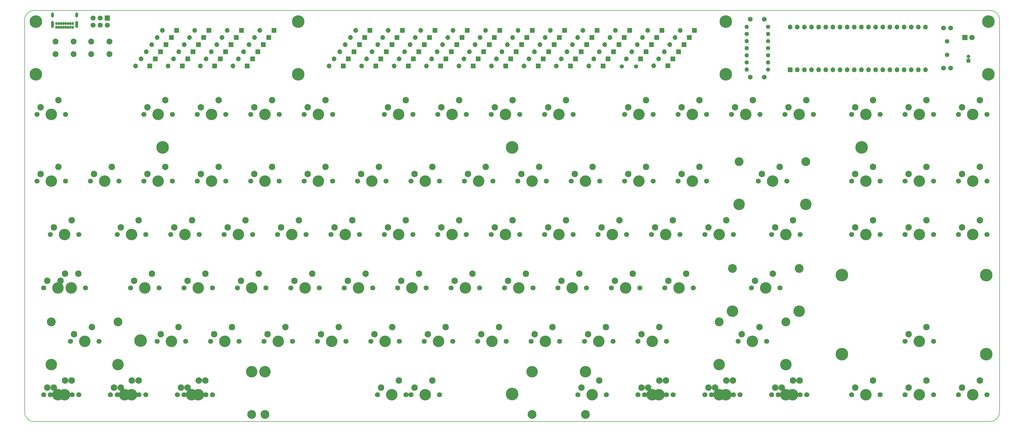
<source format=gbr>
G04 #@! TF.GenerationSoftware,KiCad,Pcbnew,(6.0.1)*
G04 #@! TF.CreationDate,2022-07-06T22:25:26-07:00*
G04 #@! TF.ProjectId,mysterium-pcb,6d797374-6572-4697-956d-2d7063622e6b,rev?*
G04 #@! TF.SameCoordinates,Original*
G04 #@! TF.FileFunction,Soldermask,Bot*
G04 #@! TF.FilePolarity,Negative*
%FSLAX46Y46*%
G04 Gerber Fmt 4.6, Leading zero omitted, Abs format (unit mm)*
G04 Created by KiCad (PCBNEW (6.0.1)) date 2022-07-06 22:25:26*
%MOMM*%
%LPD*%
G01*
G04 APERTURE LIST*
G04 Aperture macros list*
%AMRoundRect*
0 Rectangle with rounded corners*
0 $1 Rounding radius*
0 $2 $3 $4 $5 $6 $7 $8 $9 X,Y pos of 4 corners*
0 Add a 4 corners polygon primitive as box body*
4,1,4,$2,$3,$4,$5,$6,$7,$8,$9,$2,$3,0*
0 Add four circle primitives for the rounded corners*
1,1,$1+$1,$2,$3*
1,1,$1+$1,$4,$5*
1,1,$1+$1,$6,$7*
1,1,$1+$1,$8,$9*
0 Add four rect primitives between the rounded corners*
20,1,$1+$1,$2,$3,$4,$5,0*
20,1,$1+$1,$4,$5,$6,$7,0*
20,1,$1+$1,$6,$7,$8,$9,0*
20,1,$1+$1,$8,$9,$2,$3,0*%
G04 Aperture macros list end*
G04 #@! TA.AperFunction,Profile*
%ADD10C,0.150000*%
G04 #@! TD*
%ADD11C,4.089800*%
%ADD12C,3.150000*%
%ADD13C,4.102000*%
%ADD14C,1.802000*%
%ADD15C,2.302000*%
%ADD16RoundRect,0.051000X0.600000X-0.600000X0.600000X0.600000X-0.600000X0.600000X-0.600000X-0.600000X0*%
%ADD17C,1.302000*%
%ADD18RoundRect,0.051000X-0.900000X-0.900000X0.900000X-0.900000X0.900000X0.900000X-0.900000X0.900000X0*%
%ADD19C,1.902000*%
%ADD20RoundRect,0.051000X0.800000X0.800000X-0.800000X0.800000X-0.800000X-0.800000X0.800000X-0.800000X0*%
%ADD21O,1.702000X1.702000*%
%ADD22RoundRect,0.051000X0.800000X-0.800000X0.800000X0.800000X-0.800000X0.800000X-0.800000X-0.800000X0*%
%ADD23C,4.502000*%
%ADD24C,2.102000*%
%ADD25C,1.702000*%
%ADD26C,1.502000*%
%ADD27RoundRect,0.051000X0.850000X0.850000X-0.850000X0.850000X-0.850000X-0.850000X0.850000X-0.850000X0*%
%ADD28O,1.502000X1.502000*%
%ADD29C,3.152000*%
%ADD30O,0.752000X1.102000*%
%ADD31O,1.002000X1.802000*%
%ADD32O,1.002000X2.502000*%
%ADD33C,1.602000*%
G04 APERTURE END LIST*
D10*
X40451560Y-55313500D02*
G75*
G03*
X37147501Y-58623559I2999J-3307058D01*
G01*
X384810000Y-58617560D02*
G75*
G03*
X381499941Y-55313501I-3307058J-2999D01*
G01*
X381505940Y-201930000D02*
G75*
G03*
X384809999Y-198619941I-2999J3307058D01*
G01*
X384810000Y-58617560D02*
X384809999Y-198619941D01*
X37147500Y-198625940D02*
X37147501Y-58623559D01*
X37147500Y-198625940D02*
G75*
G03*
X40457559Y-201929999I3307058J2999D01*
G01*
X40451560Y-55313500D02*
X381499941Y-55313500D01*
X381505940Y-201930000D02*
X40457559Y-201929999D01*
X40451560Y-55313500D02*
G75*
G03*
X37147501Y-58623559I2999J-3307058D01*
G01*
X384810000Y-58617560D02*
G75*
G03*
X381499941Y-55313501I-3307058J-2999D01*
G01*
X381505940Y-201930000D02*
G75*
G03*
X384809999Y-198619941I-2999J3307058D01*
G01*
X384810000Y-58617560D02*
X384809999Y-198619941D01*
X37147500Y-198625940D02*
X37147501Y-58623559D01*
X37147500Y-198625940D02*
G75*
G03*
X40457559Y-201929999I3307058J2999D01*
G01*
X40451560Y-55313500D02*
X381499941Y-55313500D01*
X381505940Y-201930000D02*
X40457559Y-201929999D01*
D11*
X118110000Y-184162700D03*
D12*
X118110000Y-199402700D03*
X218109800Y-199402700D03*
D11*
X218109800Y-184162700D03*
D13*
X65722500Y-116205000D03*
D14*
X70802500Y-116205000D03*
X60642500Y-116205000D03*
D15*
X68262500Y-111125000D03*
X61912500Y-113665000D03*
D13*
X208597500Y-135255000D03*
D14*
X203517500Y-135255000D03*
X213677500Y-135255000D03*
D15*
X211137500Y-130175000D03*
X204787500Y-132715000D03*
D11*
X237172500Y-184150000D03*
D12*
X122872500Y-199390000D03*
D11*
X122872500Y-184150000D03*
D12*
X237172500Y-199390000D03*
D16*
X373741883Y-73225132D03*
D17*
X373741883Y-71725132D03*
D18*
X372466883Y-64929933D03*
D19*
X375006883Y-64929933D03*
D20*
X250983564Y-64922400D03*
D21*
X245903564Y-64922400D03*
D20*
X122301000Y-67462400D03*
D21*
X117221000Y-67462400D03*
D20*
X241315681Y-62382400D03*
D21*
X236235681Y-62382400D03*
D20*
X276034330Y-62382400D03*
D21*
X270954330Y-62382400D03*
D20*
X185559593Y-75082400D03*
D21*
X180479593Y-75082400D03*
D20*
X197131514Y-75082400D03*
D21*
X192051514Y-75082400D03*
D22*
X310139000Y-76459000D03*
D21*
X312679000Y-76459000D03*
X315219000Y-76459000D03*
X317759000Y-76459000D03*
X320299000Y-76459000D03*
X322839000Y-76459000D03*
X325379000Y-76459000D03*
X327919000Y-76459000D03*
X330459000Y-76459000D03*
X332999000Y-76459000D03*
X335539000Y-76459000D03*
X338079000Y-76459000D03*
X340619000Y-76459000D03*
X343159000Y-76459000D03*
X345699000Y-76459000D03*
X348239000Y-76459000D03*
X350779000Y-76459000D03*
X353319000Y-76459000D03*
X355859000Y-76459000D03*
X358399000Y-76459000D03*
X358399000Y-61219000D03*
X355859000Y-61219000D03*
X353319000Y-61219000D03*
X350779000Y-61219000D03*
X348239000Y-61219000D03*
X345699000Y-61219000D03*
X343159000Y-61219000D03*
X340619000Y-61219000D03*
X338079000Y-61219000D03*
X335539000Y-61219000D03*
X332999000Y-61219000D03*
X330459000Y-61219000D03*
X327919000Y-61219000D03*
X325379000Y-61219000D03*
X322839000Y-61219000D03*
X320299000Y-61219000D03*
X317759000Y-61219000D03*
X315219000Y-61219000D03*
X312679000Y-61219000D03*
X310139000Y-61219000D03*
D23*
X41147500Y-59313500D03*
X41147500Y-78063500D03*
X380810000Y-78063500D03*
X380810000Y-59313500D03*
X134734300Y-59313500D03*
X211016251Y-104152700D03*
X211016251Y-192163700D03*
X335597500Y-104152700D03*
X86360000Y-104152700D03*
X78498700Y-173037500D03*
X328583688Y-149669500D03*
X380120412Y-149669500D03*
X328583688Y-177904900D03*
X380120412Y-177904900D03*
D24*
X67385000Y-66375899D03*
X60885000Y-66375899D03*
X60885000Y-70875899D03*
X67385000Y-70875899D03*
D25*
X367371883Y-61579833D03*
X364871883Y-61579833D03*
X367371883Y-75880033D03*
X364871883Y-75880033D03*
X300913800Y-58470800D03*
X295913800Y-58470800D03*
X295899200Y-79095600D03*
X300899200Y-79095600D03*
D20*
X91344500Y-62382400D03*
D21*
X86264500Y-62382400D03*
D23*
X287223200Y-59313500D03*
D20*
X102917383Y-62382400D03*
D21*
X97837383Y-62382400D03*
D20*
X114490266Y-62382400D03*
D21*
X109410266Y-62382400D03*
D20*
X126063149Y-62382400D03*
D21*
X120983149Y-62382400D03*
D20*
X160305500Y-62382400D03*
D21*
X155225500Y-62382400D03*
D20*
X171878383Y-62382400D03*
D21*
X166798383Y-62382400D03*
D20*
X183451266Y-62382400D03*
D21*
X178371266Y-62382400D03*
D20*
X195024149Y-62382400D03*
D21*
X189944149Y-62382400D03*
D20*
X206597032Y-62382400D03*
D21*
X201517032Y-62382400D03*
D20*
X218169915Y-62382400D03*
D21*
X213089915Y-62382400D03*
D20*
X229742798Y-62382400D03*
D21*
X224662798Y-62382400D03*
D20*
X252888564Y-62382400D03*
D21*
X247808564Y-62382400D03*
D20*
X264461447Y-62382400D03*
D21*
X259381447Y-62382400D03*
D20*
X270319330Y-70002400D03*
D21*
X265239330Y-70002400D03*
D20*
X89487351Y-64922400D03*
D21*
X84407351Y-64922400D03*
D20*
X101060234Y-64922400D03*
D21*
X95980234Y-64922400D03*
D20*
X112633117Y-64922400D03*
D21*
X107553117Y-64922400D03*
D20*
X124206000Y-64922400D03*
D21*
X119126000Y-64922400D03*
D20*
X158400500Y-64922400D03*
D21*
X153320500Y-64922400D03*
D20*
X169973383Y-64922400D03*
D21*
X164893383Y-64922400D03*
D20*
X181546266Y-64922400D03*
D21*
X176466266Y-64922400D03*
D20*
X193119149Y-64922400D03*
D21*
X188039149Y-64922400D03*
D20*
X204692032Y-64922400D03*
D21*
X199612032Y-64922400D03*
D20*
X216264915Y-64922400D03*
D21*
X211184915Y-64922400D03*
D20*
X227837798Y-64922400D03*
D21*
X222757798Y-64922400D03*
D20*
X239410681Y-64922400D03*
D21*
X234330681Y-64922400D03*
D20*
X262556447Y-64922400D03*
D21*
X257476447Y-64922400D03*
D20*
X274129330Y-64922400D03*
D21*
X269049330Y-64922400D03*
D20*
X268350660Y-72542400D03*
D21*
X263270660Y-72542400D03*
D20*
X258746447Y-70002400D03*
D21*
X253666447Y-70002400D03*
D20*
X87582351Y-67462400D03*
D21*
X82502351Y-67462400D03*
D20*
X99155234Y-67462400D03*
D21*
X94075234Y-67462400D03*
D20*
X110728117Y-67462400D03*
D21*
X105648117Y-67462400D03*
D20*
X156558830Y-67462400D03*
D21*
X151478830Y-67462400D03*
D20*
X168131713Y-67462400D03*
D21*
X163051713Y-67462400D03*
D20*
X179704596Y-67462400D03*
D21*
X174624596Y-67462400D03*
D20*
X191277479Y-67462400D03*
D21*
X186197479Y-67462400D03*
D20*
X202850362Y-67462400D03*
D21*
X197770362Y-67462400D03*
D20*
X214423245Y-67462400D03*
D21*
X209343245Y-67462400D03*
D20*
X225996128Y-67462400D03*
D21*
X220916128Y-67462400D03*
D20*
X237569011Y-67462400D03*
D21*
X232489011Y-67462400D03*
D20*
X249141894Y-67462400D03*
D21*
X244061894Y-67462400D03*
D20*
X260714777Y-67462400D03*
D21*
X255634777Y-67462400D03*
D20*
X272287660Y-67462400D03*
D21*
X267207660Y-67462400D03*
D20*
X266576508Y-75057000D03*
D21*
X261496508Y-75057000D03*
D20*
X256777777Y-72542400D03*
D21*
X251697777Y-72542400D03*
D20*
X85629500Y-70002400D03*
D21*
X80549500Y-70002400D03*
D20*
X97202383Y-70002400D03*
D21*
X92122383Y-70002400D03*
D20*
X108775266Y-70002400D03*
D21*
X103695266Y-70002400D03*
D20*
X120348149Y-70002400D03*
D21*
X115268149Y-70002400D03*
D20*
X154590500Y-70002400D03*
D21*
X149510500Y-70002400D03*
D20*
X166163383Y-70002400D03*
D21*
X161083383Y-70002400D03*
D20*
X177736266Y-70002400D03*
D21*
X172656266Y-70002400D03*
D20*
X189309149Y-70002400D03*
D21*
X184229149Y-70002400D03*
D20*
X200882032Y-70002400D03*
D21*
X195802032Y-70002400D03*
D20*
X212454915Y-70002400D03*
D21*
X207374915Y-70002400D03*
D20*
X224027798Y-70002400D03*
D21*
X218947798Y-70002400D03*
D20*
X235600681Y-70002400D03*
D21*
X230520681Y-70002400D03*
D20*
X247173564Y-70002400D03*
D21*
X242093564Y-70002400D03*
D20*
X83772351Y-72542400D03*
D21*
X78692351Y-72542400D03*
D20*
X95345234Y-72542400D03*
D21*
X90265234Y-72542400D03*
D20*
X106918117Y-72542400D03*
D21*
X101838117Y-72542400D03*
D20*
X118491000Y-72542400D03*
D21*
X113411000Y-72542400D03*
D20*
X152621830Y-72542400D03*
D21*
X147541830Y-72542400D03*
D20*
X164194713Y-72542400D03*
D21*
X159114713Y-72542400D03*
D20*
X175767596Y-72542400D03*
D21*
X170687596Y-72542400D03*
D20*
X187340479Y-72542400D03*
D21*
X182260479Y-72542400D03*
D20*
X198913362Y-72542400D03*
D21*
X193833362Y-72542400D03*
D20*
X210486245Y-72542400D03*
D21*
X205406245Y-72542400D03*
D20*
X222059128Y-72542400D03*
D21*
X216979128Y-72542400D03*
D20*
X233632011Y-72542400D03*
D21*
X228552011Y-72542400D03*
D20*
X245204894Y-72542400D03*
D21*
X240124894Y-72542400D03*
D20*
X81804579Y-75082400D03*
D21*
X76724579Y-75082400D03*
D20*
X93376500Y-75082400D03*
D21*
X88296500Y-75082400D03*
D20*
X104948421Y-75082400D03*
D21*
X99868421Y-75082400D03*
D20*
X116520342Y-75082400D03*
D21*
X111440342Y-75082400D03*
D20*
X150843830Y-75082400D03*
D21*
X145763830Y-75082400D03*
D20*
X162415751Y-75082400D03*
D21*
X157335751Y-75082400D03*
D20*
X173987672Y-75082400D03*
D21*
X168907672Y-75082400D03*
D20*
X208703435Y-75082400D03*
D21*
X203623435Y-75082400D03*
D20*
X220275356Y-75082400D03*
D21*
X215195356Y-75082400D03*
D20*
X231847277Y-75082400D03*
D21*
X226767277Y-75082400D03*
D20*
X243419198Y-75082400D03*
D21*
X238339198Y-75082400D03*
D26*
X255236125Y-75311000D03*
X250136125Y-75311000D03*
D27*
X66675000Y-58039000D03*
D14*
X66675000Y-60579000D03*
X64135000Y-58039000D03*
X64135000Y-60579000D03*
X61595000Y-58039000D03*
X61595000Y-60579000D03*
D26*
X302251491Y-61158976D03*
D28*
X294631491Y-61158976D03*
D26*
X294631491Y-63697152D03*
D28*
X302251491Y-63697152D03*
D26*
X302251491Y-68773504D03*
D28*
X294631491Y-68773504D03*
D26*
X302251491Y-71311680D03*
D28*
X294631491Y-71311680D03*
D26*
X302251491Y-76388033D03*
D28*
X294631491Y-76388033D03*
D26*
X302251491Y-66235328D03*
D28*
X294631491Y-66235328D03*
D26*
X294631491Y-73849856D03*
D28*
X302251491Y-73849856D03*
D24*
X48159600Y-66375899D03*
X54659600Y-66375899D03*
X54659600Y-70875899D03*
X48159600Y-70875899D03*
D14*
X41592500Y-92392500D03*
X51752500Y-92392500D03*
D13*
X46672500Y-92392500D03*
D15*
X49212500Y-87312500D03*
X42862500Y-89852500D03*
D13*
X84772500Y-92392500D03*
D14*
X79692500Y-92392500D03*
X89852500Y-92392500D03*
D15*
X87312500Y-87312500D03*
X80962500Y-89852500D03*
D13*
X103822500Y-92392500D03*
D14*
X108902500Y-92392500D03*
X98742500Y-92392500D03*
D15*
X106362500Y-87312500D03*
X100012500Y-89852500D03*
D13*
X122872500Y-92392500D03*
D14*
X127952500Y-92392500D03*
X117792500Y-92392500D03*
D15*
X125412500Y-87312500D03*
X119062500Y-89852500D03*
D13*
X141922500Y-92392500D03*
D14*
X147002500Y-92392500D03*
X136842500Y-92392500D03*
D15*
X144462500Y-87312500D03*
X138112500Y-89852500D03*
D14*
X165417500Y-92392500D03*
X175577500Y-92392500D03*
D13*
X170497500Y-92392500D03*
D15*
X173037500Y-87312500D03*
X166687500Y-89852500D03*
D14*
X184467500Y-92392500D03*
X194627500Y-92392500D03*
D13*
X189547500Y-92392500D03*
D15*
X192087500Y-87312500D03*
X185737500Y-89852500D03*
D14*
X213677500Y-92392500D03*
X203517500Y-92392500D03*
D13*
X208597500Y-92392500D03*
D15*
X211137500Y-87312500D03*
X204787500Y-89852500D03*
D13*
X227647500Y-92392500D03*
D14*
X222567500Y-92392500D03*
X232727500Y-92392500D03*
D15*
X230187500Y-87312500D03*
X223837500Y-89852500D03*
D14*
X261302500Y-92392500D03*
X251142500Y-92392500D03*
D13*
X256222500Y-92392500D03*
D15*
X258762500Y-87312500D03*
X252412500Y-89852500D03*
D14*
X280352500Y-92392500D03*
X270192500Y-92392500D03*
D13*
X275272500Y-92392500D03*
D15*
X277812500Y-87312500D03*
X271462500Y-89852500D03*
D13*
X294322500Y-92392500D03*
D14*
X289242500Y-92392500D03*
X299402500Y-92392500D03*
D15*
X296862500Y-87312500D03*
X290512500Y-89852500D03*
D13*
X313372500Y-92392500D03*
D14*
X308292500Y-92392500D03*
X318452500Y-92392500D03*
D15*
X315912500Y-87312500D03*
X309562500Y-89852500D03*
D14*
X332105000Y-92392500D03*
D13*
X337185000Y-92392500D03*
D14*
X342265000Y-92392500D03*
D15*
X339725000Y-87312500D03*
X333375000Y-89852500D03*
D14*
X351155000Y-92392500D03*
X361315000Y-92392500D03*
D13*
X356235000Y-92392500D03*
D15*
X358775000Y-87312500D03*
X352425000Y-89852500D03*
D14*
X380365000Y-92392500D03*
X370205000Y-92392500D03*
D13*
X375285000Y-92392500D03*
D15*
X377825000Y-87312500D03*
X371475000Y-89852500D03*
D14*
X51752500Y-116205000D03*
D13*
X46672500Y-116205000D03*
D14*
X41592500Y-116205000D03*
D15*
X49212500Y-111125000D03*
X42862500Y-113665000D03*
D14*
X89852500Y-116205000D03*
X79692500Y-116205000D03*
D13*
X84772500Y-116205000D03*
D15*
X87312500Y-111125000D03*
X80962500Y-113665000D03*
D13*
X103822500Y-116205000D03*
D14*
X108902500Y-116205000D03*
X98742500Y-116205000D03*
D15*
X106362500Y-111125000D03*
X100012500Y-113665000D03*
D13*
X122872500Y-116205000D03*
D14*
X117792500Y-116205000D03*
X127952500Y-116205000D03*
D15*
X125412500Y-111125000D03*
X119062500Y-113665000D03*
D13*
X141922500Y-116205000D03*
D14*
X147002500Y-116205000D03*
X136842500Y-116205000D03*
D15*
X144462500Y-111125000D03*
X138112500Y-113665000D03*
D14*
X155892500Y-116205000D03*
D13*
X160972500Y-116205000D03*
D14*
X166052500Y-116205000D03*
D15*
X163512500Y-111125000D03*
X157162500Y-113665000D03*
D14*
X185102500Y-116205000D03*
D13*
X180022500Y-116205000D03*
D14*
X174942500Y-116205000D03*
D15*
X182562500Y-111125000D03*
X176212500Y-113665000D03*
D14*
X193992500Y-116205000D03*
D13*
X199072500Y-116205000D03*
D14*
X204152500Y-116205000D03*
D15*
X201612500Y-111125000D03*
X195262500Y-113665000D03*
D14*
X223202500Y-116205000D03*
D13*
X218122500Y-116205000D03*
D14*
X213042500Y-116205000D03*
D15*
X220662500Y-111125000D03*
X214312500Y-113665000D03*
D14*
X232092500Y-116205000D03*
D13*
X237172500Y-116205000D03*
D14*
X242252500Y-116205000D03*
D15*
X239712500Y-111125000D03*
X233362500Y-113665000D03*
D14*
X261302500Y-116205000D03*
D13*
X256222500Y-116205000D03*
D14*
X251142500Y-116205000D03*
D15*
X258762500Y-111125000D03*
X252412500Y-113665000D03*
D14*
X270192500Y-116205000D03*
D13*
X275272500Y-116205000D03*
D14*
X280352500Y-116205000D03*
D15*
X277812500Y-111125000D03*
X271462500Y-113665000D03*
D13*
X315747500Y-124445000D03*
D14*
X308927500Y-116205000D03*
D13*
X303847500Y-116205000D03*
D29*
X291947500Y-109205000D03*
D14*
X298767500Y-116205000D03*
D29*
X315747500Y-109205000D03*
D13*
X291947500Y-124445000D03*
D15*
X306387500Y-111125000D03*
X300037500Y-113665000D03*
D14*
X332105000Y-116205000D03*
D13*
X337185000Y-116205000D03*
D14*
X342265000Y-116205000D03*
D15*
X339725000Y-111125000D03*
X333375000Y-113665000D03*
D14*
X361315000Y-116205000D03*
X351155000Y-116205000D03*
D13*
X356235000Y-116205000D03*
D15*
X358775000Y-111125000D03*
X352425000Y-113665000D03*
D13*
X375285000Y-116205000D03*
D14*
X370205000Y-116205000D03*
X380365000Y-116205000D03*
D15*
X377825000Y-111125000D03*
X371475000Y-113665000D03*
D14*
X56515000Y-135255000D03*
X46355000Y-135255000D03*
D13*
X51435000Y-135255000D03*
D15*
X53975000Y-130175000D03*
X47625000Y-132715000D03*
D14*
X80327500Y-135255000D03*
X70167500Y-135255000D03*
D13*
X75247500Y-135255000D03*
D15*
X77787500Y-130175000D03*
X71437500Y-132715000D03*
D13*
X113347500Y-135255000D03*
D14*
X108267500Y-135255000D03*
X118427500Y-135255000D03*
D15*
X115887500Y-130175000D03*
X109537500Y-132715000D03*
D14*
X127317500Y-135255000D03*
D13*
X132397500Y-135255000D03*
D14*
X137477500Y-135255000D03*
D15*
X134937500Y-130175000D03*
X128587500Y-132715000D03*
D14*
X146367500Y-135255000D03*
D13*
X151447500Y-135255000D03*
D14*
X156527500Y-135255000D03*
D15*
X153987500Y-130175000D03*
X147637500Y-132715000D03*
D13*
X170497500Y-135255000D03*
D14*
X175577500Y-135255000D03*
X165417500Y-135255000D03*
D15*
X173037500Y-130175000D03*
X166687500Y-132715000D03*
D14*
X194627500Y-135255000D03*
D13*
X189547500Y-135255000D03*
D14*
X184467500Y-135255000D03*
D15*
X192087500Y-130175000D03*
X185737500Y-132715000D03*
D14*
X222567500Y-135255000D03*
X232727500Y-135255000D03*
D13*
X227647500Y-135255000D03*
D15*
X230187500Y-130175000D03*
X223837500Y-132715000D03*
D13*
X246697500Y-135255000D03*
D14*
X251777500Y-135255000D03*
X241617500Y-135255000D03*
D15*
X249237500Y-130175000D03*
X242887500Y-132715000D03*
D13*
X265747500Y-135255000D03*
D14*
X270827500Y-135255000D03*
X260667500Y-135255000D03*
D15*
X268287500Y-130175000D03*
X261937500Y-132715000D03*
D13*
X284797500Y-135255000D03*
D14*
X279717500Y-135255000D03*
X289877500Y-135255000D03*
D15*
X287337500Y-130175000D03*
X280987500Y-132715000D03*
D14*
X313690000Y-135255000D03*
D13*
X308610000Y-135255000D03*
D14*
X303530000Y-135255000D03*
D15*
X311150000Y-130175000D03*
X304800000Y-132715000D03*
D14*
X332105000Y-135255000D03*
X342265000Y-135255000D03*
D13*
X337185000Y-135255000D03*
D15*
X339725000Y-130175000D03*
X333375000Y-132715000D03*
D14*
X361315000Y-135255000D03*
X351155000Y-135255000D03*
D13*
X356235000Y-135255000D03*
D15*
X358775000Y-130175000D03*
X352425000Y-132715000D03*
D14*
X380365000Y-135255000D03*
D13*
X375285000Y-135255000D03*
D14*
X370205000Y-135255000D03*
D15*
X377825000Y-130175000D03*
X371475000Y-132715000D03*
D13*
X53816250Y-154305000D03*
D14*
X58896250Y-154305000D03*
X48736250Y-154305000D03*
D15*
X56356250Y-149225000D03*
X50006250Y-151765000D03*
D14*
X43973750Y-154305000D03*
X54133750Y-154305000D03*
D13*
X49053750Y-154305000D03*
D15*
X51593750Y-149225000D03*
X45243750Y-151765000D03*
D13*
X80010000Y-154305000D03*
D14*
X74930000Y-154305000D03*
X85090000Y-154305000D03*
D15*
X82550000Y-149225000D03*
X76200000Y-151765000D03*
D14*
X93980000Y-154305000D03*
X104140000Y-154305000D03*
D13*
X99060000Y-154305000D03*
D15*
X101600000Y-149225000D03*
X95250000Y-151765000D03*
D14*
X113030000Y-154305000D03*
D13*
X118110000Y-154305000D03*
D14*
X123190000Y-154305000D03*
D15*
X120650000Y-149225000D03*
X114300000Y-151765000D03*
D14*
X142240000Y-154305000D03*
X132080000Y-154305000D03*
D13*
X137160000Y-154305000D03*
D15*
X139700000Y-149225000D03*
X133350000Y-151765000D03*
D14*
X151130000Y-154305000D03*
X161290000Y-154305000D03*
D13*
X156210000Y-154305000D03*
D15*
X158750000Y-149225000D03*
X152400000Y-151765000D03*
D13*
X175260000Y-154305000D03*
D14*
X180340000Y-154305000D03*
X170180000Y-154305000D03*
D15*
X177800000Y-149225000D03*
X171450000Y-151765000D03*
D13*
X194310000Y-154305000D03*
D14*
X199390000Y-154305000D03*
X189230000Y-154305000D03*
D15*
X196850000Y-149225000D03*
X190500000Y-151765000D03*
D14*
X218440000Y-154305000D03*
X208280000Y-154305000D03*
D13*
X213360000Y-154305000D03*
D15*
X215900000Y-149225000D03*
X209550000Y-151765000D03*
D13*
X232410000Y-154305000D03*
D14*
X227330000Y-154305000D03*
X237490000Y-154305000D03*
D15*
X234950000Y-149225000D03*
X228600000Y-151765000D03*
D13*
X251460000Y-154305000D03*
D14*
X256540000Y-154305000D03*
X246380000Y-154305000D03*
D15*
X254000000Y-149225000D03*
X247650000Y-151765000D03*
D29*
X46678750Y-166355000D03*
D14*
X63658750Y-173355000D03*
D13*
X58578750Y-173355000D03*
D29*
X70478750Y-166355000D03*
D14*
X53498750Y-173355000D03*
D13*
X46678750Y-181595000D03*
X70478750Y-181595000D03*
D15*
X61118750Y-168275000D03*
X54768750Y-170815000D03*
D14*
X94615000Y-173355000D03*
X84455000Y-173355000D03*
D13*
X89535000Y-173355000D03*
D15*
X92075000Y-168275000D03*
X85725000Y-170815000D03*
D13*
X108585000Y-173355000D03*
D14*
X113665000Y-173355000D03*
X103505000Y-173355000D03*
D15*
X111125000Y-168275000D03*
X104775000Y-170815000D03*
D14*
X132715000Y-173355000D03*
X122555000Y-173355000D03*
D13*
X127635000Y-173355000D03*
D15*
X130175000Y-168275000D03*
X123825000Y-170815000D03*
D13*
X146685000Y-173355000D03*
D14*
X141605000Y-173355000D03*
X151765000Y-173355000D03*
D15*
X149225000Y-168275000D03*
X142875000Y-170815000D03*
D13*
X165735000Y-173355000D03*
D14*
X160655000Y-173355000D03*
X170815000Y-173355000D03*
D15*
X168275000Y-168275000D03*
X161925000Y-170815000D03*
D13*
X184785000Y-173355000D03*
D14*
X179705000Y-173355000D03*
X189865000Y-173355000D03*
D15*
X187325000Y-168275000D03*
X180975000Y-170815000D03*
D14*
X208915000Y-173355000D03*
D13*
X203835000Y-173355000D03*
D14*
X198755000Y-173355000D03*
D15*
X206375000Y-168275000D03*
X200025000Y-170815000D03*
D13*
X222885000Y-173355000D03*
D14*
X227965000Y-173355000D03*
X217805000Y-173355000D03*
D15*
X225425000Y-168275000D03*
X219075000Y-170815000D03*
D14*
X247015000Y-173355000D03*
D13*
X241935000Y-173355000D03*
D14*
X236855000Y-173355000D03*
D15*
X244475000Y-168275000D03*
X238125000Y-170815000D03*
D14*
X361315000Y-173355000D03*
X351155000Y-173355000D03*
D13*
X356235000Y-173355000D03*
D15*
X358775000Y-168275000D03*
X352425000Y-170815000D03*
D13*
X51435000Y-192405000D03*
D14*
X46355000Y-192405000D03*
X56515000Y-192405000D03*
D15*
X53975000Y-187325000D03*
X47625000Y-189865000D03*
D14*
X54133750Y-192405000D03*
X43973750Y-192405000D03*
D13*
X49053750Y-192405000D03*
D15*
X51593750Y-187325000D03*
X45243750Y-189865000D03*
D14*
X67786250Y-192405000D03*
D13*
X72866250Y-192405000D03*
D14*
X77946250Y-192405000D03*
D15*
X75406250Y-187325000D03*
X69056250Y-189865000D03*
D13*
X75247500Y-192405000D03*
D14*
X80327500Y-192405000D03*
X70167500Y-192405000D03*
D15*
X77787500Y-187325000D03*
X71437500Y-189865000D03*
D13*
X99060000Y-192405000D03*
D14*
X104140000Y-192405000D03*
X93980000Y-192405000D03*
D15*
X101600000Y-187325000D03*
X95250000Y-189865000D03*
D13*
X96678750Y-192405000D03*
D14*
X91598750Y-192405000D03*
X101758750Y-192405000D03*
D15*
X99218750Y-187325000D03*
X92868750Y-189865000D03*
D13*
X168116250Y-192405000D03*
D14*
X173196250Y-192405000D03*
X163036250Y-192405000D03*
D15*
X170656250Y-187325000D03*
X164306250Y-189865000D03*
D14*
X185102500Y-192405000D03*
D13*
X180022500Y-192405000D03*
D14*
X174942500Y-192405000D03*
D15*
X182562500Y-187325000D03*
X176212500Y-189865000D03*
D13*
X239553750Y-192405000D03*
D14*
X234473750Y-192405000D03*
X244633750Y-192405000D03*
D15*
X242093750Y-187325000D03*
X235743750Y-189865000D03*
D14*
X332105000Y-192405000D03*
X342265000Y-192405000D03*
D13*
X337185000Y-192405000D03*
D15*
X339725000Y-187325000D03*
X333375000Y-189865000D03*
D13*
X356235000Y-192405000D03*
D14*
X361315000Y-192405000D03*
X351155000Y-192405000D03*
D15*
X358775000Y-187325000D03*
X352425000Y-189865000D03*
D14*
X380365000Y-192405000D03*
D13*
X375285000Y-192405000D03*
D14*
X370205000Y-192405000D03*
D15*
X377825000Y-187325000D03*
X371475000Y-189865000D03*
D30*
X54384600Y-61315600D03*
X53534600Y-61315600D03*
X52684600Y-61315600D03*
X51834600Y-61315600D03*
X50984600Y-61315600D03*
X50134600Y-61315600D03*
X49284600Y-61315600D03*
X48434600Y-61315600D03*
X48429600Y-59990600D03*
X49279600Y-59990600D03*
X50129600Y-59990600D03*
X50979600Y-59990600D03*
X51829600Y-59990600D03*
X52679600Y-59990600D03*
X53529600Y-59990600D03*
X54384600Y-59990600D03*
D31*
X47084600Y-56955600D03*
X55734600Y-56955600D03*
D32*
X47084600Y-60335600D03*
X55734600Y-60335600D03*
D33*
X366121883Y-66279933D03*
X366121883Y-71159933D03*
D23*
X134734300Y-78063500D03*
X287223200Y-78063500D03*
D14*
X279717500Y-192405000D03*
D13*
X284797500Y-192405000D03*
D14*
X289877500Y-192405000D03*
D15*
X287337500Y-187325000D03*
X280987500Y-189865000D03*
D13*
X284803750Y-181601350D03*
D29*
X284803750Y-166361350D03*
D13*
X308603750Y-181601350D03*
D14*
X301783750Y-173361350D03*
D29*
X308603750Y-166361350D03*
D13*
X296703750Y-173361350D03*
D14*
X291623750Y-173361350D03*
D15*
X299243750Y-168281350D03*
X292893750Y-170821350D03*
D13*
X308610000Y-192405000D03*
D14*
X303530000Y-192405000D03*
X313690000Y-192405000D03*
D15*
X311150000Y-187325000D03*
X304800000Y-189865000D03*
D14*
X275590000Y-154305000D03*
X265430000Y-154305000D03*
D13*
X270510000Y-154305000D03*
D15*
X273050000Y-149225000D03*
X266700000Y-151765000D03*
D14*
X255905000Y-173355000D03*
D13*
X260985000Y-173355000D03*
D14*
X266065000Y-173355000D03*
D15*
X263525000Y-168275000D03*
X257175000Y-170815000D03*
D14*
X89217500Y-135255000D03*
X99377500Y-135255000D03*
D13*
X94297500Y-135255000D03*
D15*
X96837500Y-130175000D03*
X90487500Y-132715000D03*
D14*
X258286250Y-192405000D03*
D13*
X263366250Y-192405000D03*
D14*
X268446250Y-192405000D03*
D15*
X265906250Y-187325000D03*
X259556250Y-189865000D03*
D13*
X301466250Y-154305000D03*
D29*
X289566250Y-147305000D03*
D13*
X289566250Y-162545000D03*
D14*
X296386250Y-154305000D03*
X306546250Y-154305000D03*
D13*
X313366250Y-162545000D03*
D29*
X313366250Y-147305000D03*
D15*
X304006250Y-149225000D03*
X297656250Y-151765000D03*
D14*
X305911250Y-192405000D03*
X316071250Y-192405000D03*
D13*
X310991250Y-192405000D03*
D15*
X313531250Y-187325000D03*
X307181250Y-189865000D03*
D13*
X260985000Y-192405000D03*
D14*
X266065000Y-192405000D03*
X255905000Y-192405000D03*
D15*
X263525000Y-187325000D03*
X257175000Y-189865000D03*
D14*
X282098750Y-192405000D03*
D13*
X287178750Y-192405000D03*
D14*
X292258750Y-192405000D03*
D15*
X289718750Y-187325000D03*
X283368750Y-189865000D03*
G36*
X47077329Y-192943372D02*
G01*
X47143378Y-193136282D01*
X47142993Y-193138245D01*
X47141101Y-193138893D01*
X47139853Y-193138085D01*
X47100121Y-193081895D01*
X47035910Y-193055940D01*
X46967662Y-193068858D01*
X46962877Y-193071912D01*
X46960879Y-193072001D01*
X46959803Y-193070315D01*
X46960315Y-193068888D01*
X47073951Y-192942682D01*
X47075853Y-192942064D01*
X47077329Y-192943372D01*
G37*
G36*
X70889829Y-192943372D02*
G01*
X70955878Y-193136282D01*
X70955493Y-193138245D01*
X70953601Y-193138893D01*
X70952353Y-193138085D01*
X70912621Y-193081895D01*
X70848410Y-193055940D01*
X70780162Y-193068858D01*
X70775377Y-193071912D01*
X70773379Y-193072001D01*
X70772303Y-193070315D01*
X70772815Y-193068888D01*
X70886451Y-192942682D01*
X70888353Y-192942064D01*
X70889829Y-192943372D01*
G37*
G36*
X94702329Y-192943372D02*
G01*
X94768378Y-193136282D01*
X94767993Y-193138245D01*
X94766101Y-193138893D01*
X94764853Y-193138085D01*
X94725121Y-193081895D01*
X94660910Y-193055940D01*
X94592662Y-193068858D01*
X94587877Y-193071912D01*
X94585879Y-193072001D01*
X94584803Y-193070315D01*
X94585315Y-193068888D01*
X94698951Y-192942682D01*
X94700853Y-192942064D01*
X94702329Y-192943372D01*
G37*
G36*
X282821079Y-192943372D02*
G01*
X282887128Y-193136282D01*
X282886743Y-193138245D01*
X282884851Y-193138893D01*
X282883603Y-193138085D01*
X282843871Y-193081895D01*
X282779660Y-193055940D01*
X282711412Y-193068858D01*
X282706627Y-193071912D01*
X282704629Y-193072001D01*
X282703553Y-193070315D01*
X282704065Y-193068888D01*
X282817701Y-192942682D01*
X282819603Y-192942064D01*
X282821079Y-192943372D01*
G37*
G36*
X259008579Y-192943372D02*
G01*
X259074628Y-193136282D01*
X259074243Y-193138245D01*
X259072351Y-193138893D01*
X259071103Y-193138085D01*
X259031371Y-193081895D01*
X258967160Y-193055940D01*
X258898912Y-193068858D01*
X258894127Y-193071912D01*
X258892129Y-193072001D01*
X258891053Y-193070315D01*
X258891565Y-193068888D01*
X259005201Y-192942682D01*
X259007103Y-192942064D01*
X259008579Y-192943372D01*
G37*
G36*
X306633579Y-192943372D02*
G01*
X306699628Y-193136282D01*
X306699243Y-193138245D01*
X306697351Y-193138893D01*
X306696103Y-193138085D01*
X306656371Y-193081895D01*
X306592160Y-193055940D01*
X306523912Y-193068858D01*
X306519127Y-193071912D01*
X306517129Y-193072001D01*
X306516053Y-193070315D01*
X306516565Y-193068888D01*
X306630201Y-192942682D01*
X306632103Y-192942064D01*
X306633579Y-192943372D01*
G37*
G36*
X53412780Y-192940440D02*
G01*
X53532227Y-193073100D01*
X53532643Y-193075056D01*
X53531157Y-193076394D01*
X53529926Y-193076265D01*
X53480790Y-193054351D01*
X53412329Y-193064816D01*
X53360245Y-193110764D01*
X53350529Y-193130286D01*
X53348862Y-193131391D01*
X53347071Y-193130500D01*
X53346867Y-193128688D01*
X53396542Y-192997228D01*
X53409344Y-192941331D01*
X53410706Y-192939866D01*
X53412780Y-192940440D01*
G37*
G36*
X312969030Y-192940440D02*
G01*
X313088477Y-193073100D01*
X313088893Y-193075056D01*
X313087407Y-193076394D01*
X313086176Y-193076265D01*
X313037040Y-193054351D01*
X312968579Y-193064816D01*
X312916495Y-193110764D01*
X312906779Y-193130286D01*
X312905112Y-193131391D01*
X312903321Y-193130500D01*
X312903117Y-193128688D01*
X312952792Y-192997228D01*
X312965594Y-192941331D01*
X312966956Y-192939866D01*
X312969030Y-192940440D01*
G37*
G36*
X265344030Y-192940440D02*
G01*
X265463477Y-193073100D01*
X265463893Y-193075056D01*
X265462407Y-193076394D01*
X265461176Y-193076265D01*
X265412040Y-193054351D01*
X265343579Y-193064816D01*
X265291495Y-193110764D01*
X265281779Y-193130286D01*
X265280112Y-193131391D01*
X265278321Y-193130500D01*
X265278117Y-193128688D01*
X265327792Y-192997228D01*
X265340594Y-192941331D01*
X265341956Y-192939866D01*
X265344030Y-192940440D01*
G37*
G36*
X289156530Y-192940440D02*
G01*
X289275977Y-193073100D01*
X289276393Y-193075056D01*
X289274907Y-193076394D01*
X289273676Y-193076265D01*
X289224540Y-193054351D01*
X289156079Y-193064816D01*
X289103995Y-193110764D01*
X289094279Y-193130286D01*
X289092612Y-193131391D01*
X289090821Y-193130500D01*
X289090617Y-193128688D01*
X289140292Y-192997228D01*
X289153094Y-192941331D01*
X289154456Y-192939866D01*
X289156530Y-192940440D01*
G37*
G36*
X77225280Y-192940440D02*
G01*
X77344727Y-193073100D01*
X77345143Y-193075056D01*
X77343657Y-193076394D01*
X77342426Y-193076265D01*
X77293290Y-193054351D01*
X77224829Y-193064816D01*
X77172745Y-193110764D01*
X77163029Y-193130286D01*
X77161362Y-193131391D01*
X77159571Y-193130500D01*
X77159367Y-193128688D01*
X77209042Y-192997228D01*
X77221844Y-192941331D01*
X77223206Y-192939866D01*
X77225280Y-192940440D01*
G37*
G36*
X101037780Y-192940440D02*
G01*
X101157227Y-193073100D01*
X101157643Y-193075056D01*
X101156157Y-193076394D01*
X101154926Y-193076265D01*
X101105790Y-193054351D01*
X101037329Y-193064816D01*
X100985245Y-193110764D01*
X100975529Y-193130286D01*
X100973862Y-193131391D01*
X100972071Y-193130500D01*
X100971867Y-193128688D01*
X101021542Y-192997228D01*
X101034344Y-192941331D01*
X101035706Y-192939866D01*
X101037780Y-192940440D01*
G37*
G36*
X174070861Y-192616184D02*
G01*
X174071277Y-192616904D01*
X174121233Y-192770652D01*
X174201251Y-192909248D01*
X174201251Y-192911248D01*
X174199519Y-192912248D01*
X174197952Y-192911490D01*
X174184086Y-192893995D01*
X174183874Y-192893667D01*
X174177638Y-192881533D01*
X174129703Y-192831132D01*
X174062418Y-192814718D01*
X173996871Y-192837311D01*
X173961055Y-192876938D01*
X173933748Y-192925006D01*
X173933523Y-192925325D01*
X173931323Y-192927873D01*
X173929434Y-192928531D01*
X173927920Y-192927223D01*
X173928077Y-192925566D01*
X174017517Y-192770652D01*
X174067473Y-192616904D01*
X174068959Y-192615566D01*
X174070861Y-192616184D01*
G37*
G36*
X174207675Y-191888196D02*
G01*
X174207528Y-191889880D01*
X174121233Y-192039348D01*
X174071277Y-192193096D01*
X174069791Y-192194434D01*
X174067889Y-192193816D01*
X174067473Y-192193096D01*
X174017517Y-192039348D01*
X173934362Y-191895319D01*
X173934362Y-191893319D01*
X173936094Y-191892319D01*
X173937644Y-191893055D01*
X173947763Y-191905462D01*
X173947979Y-191905787D01*
X173961058Y-191930386D01*
X174009693Y-191980113D01*
X174077200Y-191995585D01*
X174142427Y-191972078D01*
X174177684Y-191931957D01*
X174197813Y-191895342D01*
X174198034Y-191895019D01*
X174204264Y-191887594D01*
X174206143Y-191886910D01*
X174207675Y-191888196D01*
G37*
G36*
X70954585Y-191677970D02*
G01*
X70954810Y-191679782D01*
X70898613Y-191833347D01*
X70891110Y-191867759D01*
X70889764Y-191869238D01*
X70887670Y-191868671D01*
X70768990Y-191736864D01*
X70768574Y-191734908D01*
X70770060Y-191733570D01*
X70771265Y-191733688D01*
X70822115Y-191755520D01*
X70890427Y-191744100D01*
X70941864Y-191697428D01*
X70951131Y-191678226D01*
X70952784Y-191677100D01*
X70954585Y-191677970D01*
G37*
G36*
X47142085Y-191677970D02*
G01*
X47142310Y-191679782D01*
X47086113Y-191833347D01*
X47078610Y-191867759D01*
X47077264Y-191869238D01*
X47075170Y-191868671D01*
X46956490Y-191736864D01*
X46956074Y-191734908D01*
X46957560Y-191733570D01*
X46958765Y-191733688D01*
X47009615Y-191755520D01*
X47077927Y-191744100D01*
X47129364Y-191697428D01*
X47138631Y-191678226D01*
X47140284Y-191677100D01*
X47142085Y-191677970D01*
G37*
G36*
X282885835Y-191677970D02*
G01*
X282886060Y-191679782D01*
X282829863Y-191833347D01*
X282822360Y-191867759D01*
X282821014Y-191869238D01*
X282818920Y-191868671D01*
X282700240Y-191736864D01*
X282699824Y-191734908D01*
X282701310Y-191733570D01*
X282702515Y-191733688D01*
X282753365Y-191755520D01*
X282821677Y-191744100D01*
X282873114Y-191697428D01*
X282882381Y-191678226D01*
X282884034Y-191677100D01*
X282885835Y-191677970D01*
G37*
G36*
X94767085Y-191677970D02*
G01*
X94767310Y-191679782D01*
X94711113Y-191833347D01*
X94703610Y-191867759D01*
X94702264Y-191869238D01*
X94700170Y-191868671D01*
X94581490Y-191736864D01*
X94581074Y-191734908D01*
X94582560Y-191733570D01*
X94583765Y-191733688D01*
X94634615Y-191755520D01*
X94702927Y-191744100D01*
X94754364Y-191697428D01*
X94763631Y-191678226D01*
X94765284Y-191677100D01*
X94767085Y-191677970D01*
G37*
G36*
X259073335Y-191677970D02*
G01*
X259073560Y-191679782D01*
X259017363Y-191833347D01*
X259009860Y-191867759D01*
X259008514Y-191869238D01*
X259006420Y-191868671D01*
X258887740Y-191736864D01*
X258887324Y-191734908D01*
X258888810Y-191733570D01*
X258890015Y-191733688D01*
X258940865Y-191755520D01*
X259009177Y-191744100D01*
X259060614Y-191697428D01*
X259069881Y-191678226D01*
X259071534Y-191677100D01*
X259073335Y-191677970D01*
G37*
G36*
X306698335Y-191677970D02*
G01*
X306698560Y-191679782D01*
X306642363Y-191833347D01*
X306634860Y-191867759D01*
X306633514Y-191869238D01*
X306631420Y-191868671D01*
X306512740Y-191736864D01*
X306512324Y-191734908D01*
X306513810Y-191733570D01*
X306515015Y-191733688D01*
X306565865Y-191755520D01*
X306634177Y-191744100D01*
X306685614Y-191697428D01*
X306694881Y-191678226D01*
X306696534Y-191677100D01*
X306698335Y-191677970D01*
G37*
G36*
X312905249Y-191674175D02*
G01*
X312945568Y-191729947D01*
X313010046Y-191755228D01*
X313078154Y-191741595D01*
X313080114Y-191740310D01*
X313082110Y-191740197D01*
X313083207Y-191741870D01*
X313082696Y-191743321D01*
X312970828Y-191867562D01*
X312968926Y-191868180D01*
X312967440Y-191866842D01*
X312967384Y-191866630D01*
X312964766Y-191853985D01*
X312901743Y-191676015D01*
X312902107Y-191674048D01*
X312903992Y-191673380D01*
X312905249Y-191674175D01*
G37*
G36*
X100973999Y-191674175D02*
G01*
X101014318Y-191729947D01*
X101078796Y-191755228D01*
X101146904Y-191741595D01*
X101148864Y-191740310D01*
X101150860Y-191740197D01*
X101151957Y-191741870D01*
X101151446Y-191743321D01*
X101039578Y-191867562D01*
X101037676Y-191868180D01*
X101036190Y-191866842D01*
X101036134Y-191866630D01*
X101033516Y-191853985D01*
X100970493Y-191676015D01*
X100970857Y-191674048D01*
X100972742Y-191673380D01*
X100973999Y-191674175D01*
G37*
G36*
X53348999Y-191674175D02*
G01*
X53389318Y-191729947D01*
X53453796Y-191755228D01*
X53521904Y-191741595D01*
X53523864Y-191740310D01*
X53525860Y-191740197D01*
X53526957Y-191741870D01*
X53526446Y-191743321D01*
X53414578Y-191867562D01*
X53412676Y-191868180D01*
X53411190Y-191866842D01*
X53411134Y-191866630D01*
X53408516Y-191853985D01*
X53345493Y-191676015D01*
X53345857Y-191674048D01*
X53347742Y-191673380D01*
X53348999Y-191674175D01*
G37*
G36*
X265280249Y-191674175D02*
G01*
X265320568Y-191729947D01*
X265385046Y-191755228D01*
X265453154Y-191741595D01*
X265455114Y-191740310D01*
X265457110Y-191740197D01*
X265458207Y-191741870D01*
X265457696Y-191743321D01*
X265345828Y-191867562D01*
X265343926Y-191868180D01*
X265342440Y-191866842D01*
X265342384Y-191866630D01*
X265339766Y-191853985D01*
X265276743Y-191676015D01*
X265277107Y-191674048D01*
X265278992Y-191673380D01*
X265280249Y-191674175D01*
G37*
G36*
X77161499Y-191674175D02*
G01*
X77201818Y-191729947D01*
X77266296Y-191755228D01*
X77334404Y-191741595D01*
X77336364Y-191740310D01*
X77338360Y-191740197D01*
X77339457Y-191741870D01*
X77338946Y-191743321D01*
X77227078Y-191867562D01*
X77225176Y-191868180D01*
X77223690Y-191866842D01*
X77223634Y-191866630D01*
X77221016Y-191853985D01*
X77157993Y-191676015D01*
X77158357Y-191674048D01*
X77160242Y-191673380D01*
X77161499Y-191674175D01*
G37*
G36*
X289092749Y-191674175D02*
G01*
X289133068Y-191729947D01*
X289197546Y-191755228D01*
X289265654Y-191741595D01*
X289267614Y-191740310D01*
X289269610Y-191740197D01*
X289270707Y-191741870D01*
X289270196Y-191743321D01*
X289158328Y-191867562D01*
X289156426Y-191868180D01*
X289154940Y-191866842D01*
X289154884Y-191866630D01*
X289152266Y-191853985D01*
X289089243Y-191676015D01*
X289089607Y-191674048D01*
X289091492Y-191673380D01*
X289092749Y-191674175D01*
G37*
G36*
X95100030Y-191004162D02*
G01*
X95182254Y-191007393D01*
X95183945Y-191008460D01*
X95183866Y-191010458D01*
X95183626Y-191010768D01*
X95099969Y-191098924D01*
X95047383Y-191172106D01*
X95045560Y-191172929D01*
X95043936Y-191171762D01*
X95043872Y-191170277D01*
X95066657Y-191105344D01*
X95050617Y-191037967D01*
X95000563Y-190989830D01*
X94975638Y-190980132D01*
X94975243Y-190980026D01*
X94973828Y-190978613D01*
X94974345Y-190976680D01*
X94976201Y-190976143D01*
X95100030Y-191004162D01*
G37*
G36*
X47475030Y-191004162D02*
G01*
X47557254Y-191007393D01*
X47558945Y-191008460D01*
X47558866Y-191010458D01*
X47558626Y-191010768D01*
X47474969Y-191098924D01*
X47422383Y-191172106D01*
X47420560Y-191172929D01*
X47418936Y-191171762D01*
X47418872Y-191170277D01*
X47441657Y-191105344D01*
X47425617Y-191037967D01*
X47375563Y-190989830D01*
X47350638Y-190980132D01*
X47350243Y-190980026D01*
X47348828Y-190978613D01*
X47349345Y-190976680D01*
X47351201Y-190976143D01*
X47475030Y-191004162D01*
G37*
G36*
X259406280Y-191004162D02*
G01*
X259488504Y-191007393D01*
X259490195Y-191008460D01*
X259490116Y-191010458D01*
X259489876Y-191010768D01*
X259406219Y-191098924D01*
X259353633Y-191172106D01*
X259351810Y-191172929D01*
X259350186Y-191171762D01*
X259350122Y-191170277D01*
X259372907Y-191105344D01*
X259356867Y-191037967D01*
X259306813Y-190989830D01*
X259281888Y-190980132D01*
X259281493Y-190980026D01*
X259280078Y-190978613D01*
X259280595Y-190976680D01*
X259282451Y-190976143D01*
X259406280Y-191004162D01*
G37*
G36*
X283218780Y-191004162D02*
G01*
X283301004Y-191007393D01*
X283302695Y-191008460D01*
X283302616Y-191010458D01*
X283302376Y-191010768D01*
X283218719Y-191098924D01*
X283166133Y-191172106D01*
X283164310Y-191172929D01*
X283162686Y-191171762D01*
X283162622Y-191170277D01*
X283185407Y-191105344D01*
X283169367Y-191037967D01*
X283119313Y-190989830D01*
X283094388Y-190980132D01*
X283093993Y-190980026D01*
X283092578Y-190978613D01*
X283093095Y-190976680D01*
X283094951Y-190976143D01*
X283218780Y-191004162D01*
G37*
G36*
X307031280Y-191004162D02*
G01*
X307113504Y-191007393D01*
X307115195Y-191008460D01*
X307115116Y-191010458D01*
X307114876Y-191010768D01*
X307031219Y-191098924D01*
X306978633Y-191172106D01*
X306976810Y-191172929D01*
X306975186Y-191171762D01*
X306975122Y-191170277D01*
X306997907Y-191105344D01*
X306981867Y-191037967D01*
X306931813Y-190989830D01*
X306906888Y-190980132D01*
X306906493Y-190980026D01*
X306905078Y-190978613D01*
X306905595Y-190976680D01*
X306907451Y-190976143D01*
X307031280Y-191004162D01*
G37*
G36*
X71287530Y-191004162D02*
G01*
X71369754Y-191007393D01*
X71371445Y-191008460D01*
X71371366Y-191010458D01*
X71371126Y-191010768D01*
X71287469Y-191098924D01*
X71234883Y-191172106D01*
X71233060Y-191172929D01*
X71231436Y-191171762D01*
X71231372Y-191170277D01*
X71254157Y-191105344D01*
X71238117Y-191037967D01*
X71188063Y-190989830D01*
X71163138Y-190980132D01*
X71162743Y-190980026D01*
X71161328Y-190978613D01*
X71161845Y-190976680D01*
X71163701Y-190976143D01*
X71287530Y-191004162D01*
G37*
G36*
X260655027Y-190196967D02*
G01*
X260655455Y-190198804D01*
X260652081Y-190211395D01*
X260653736Y-190280931D01*
X260692556Y-190338286D01*
X260756380Y-190365618D01*
X260784792Y-190365449D01*
X260786530Y-190366439D01*
X260786542Y-190368439D01*
X260785065Y-190369432D01*
X260580000Y-190396429D01*
X260572812Y-190398396D01*
X260570877Y-190397889D01*
X260570349Y-190395960D01*
X260570539Y-190395490D01*
X260605906Y-190332338D01*
X260651629Y-190197643D01*
X260653133Y-190196324D01*
X260655027Y-190196967D01*
G37*
G36*
X308280027Y-190196967D02*
G01*
X308280455Y-190198804D01*
X308277081Y-190211395D01*
X308278736Y-190280931D01*
X308317556Y-190338286D01*
X308381380Y-190365618D01*
X308409792Y-190365449D01*
X308411530Y-190366439D01*
X308411542Y-190368439D01*
X308410065Y-190369432D01*
X308205000Y-190396429D01*
X308197812Y-190398396D01*
X308195877Y-190397889D01*
X308195349Y-190395960D01*
X308195539Y-190395490D01*
X308230906Y-190332338D01*
X308276629Y-190197643D01*
X308278133Y-190196324D01*
X308280027Y-190196967D01*
G37*
G36*
X72536277Y-190196967D02*
G01*
X72536705Y-190198804D01*
X72533331Y-190211395D01*
X72534986Y-190280931D01*
X72573806Y-190338286D01*
X72637630Y-190365618D01*
X72666042Y-190365449D01*
X72667780Y-190366439D01*
X72667792Y-190368439D01*
X72666315Y-190369432D01*
X72461250Y-190396429D01*
X72454062Y-190398396D01*
X72452127Y-190397889D01*
X72451599Y-190395960D01*
X72451789Y-190395490D01*
X72487156Y-190332338D01*
X72532879Y-190197643D01*
X72534383Y-190196324D01*
X72536277Y-190196967D01*
G37*
G36*
X96348777Y-190196967D02*
G01*
X96349205Y-190198804D01*
X96345831Y-190211395D01*
X96347486Y-190280931D01*
X96386306Y-190338286D01*
X96450130Y-190365618D01*
X96478542Y-190365449D01*
X96480280Y-190366439D01*
X96480292Y-190368439D01*
X96478815Y-190369432D01*
X96273750Y-190396429D01*
X96266562Y-190398396D01*
X96264627Y-190397889D01*
X96264099Y-190395960D01*
X96264289Y-190395490D01*
X96299656Y-190332338D01*
X96345379Y-190197643D01*
X96346883Y-190196324D01*
X96348777Y-190196967D01*
G37*
G36*
X48723777Y-190196967D02*
G01*
X48724205Y-190198804D01*
X48720831Y-190211395D01*
X48722486Y-190280931D01*
X48761306Y-190338286D01*
X48825130Y-190365618D01*
X48853542Y-190365449D01*
X48855280Y-190366439D01*
X48855292Y-190368439D01*
X48853815Y-190369432D01*
X48648750Y-190396429D01*
X48641562Y-190398396D01*
X48639627Y-190397889D01*
X48639099Y-190395960D01*
X48639289Y-190395490D01*
X48674656Y-190332338D01*
X48720379Y-190197643D01*
X48721883Y-190196324D01*
X48723777Y-190196967D01*
G37*
G36*
X284467527Y-190196967D02*
G01*
X284467955Y-190198804D01*
X284464581Y-190211395D01*
X284466236Y-190280931D01*
X284505056Y-190338286D01*
X284568880Y-190365618D01*
X284597292Y-190365449D01*
X284599030Y-190366439D01*
X284599042Y-190368439D01*
X284597565Y-190369432D01*
X284392500Y-190396429D01*
X284385312Y-190398396D01*
X284383377Y-190397889D01*
X284382849Y-190395960D01*
X284383039Y-190395490D01*
X284418406Y-190332338D01*
X284464129Y-190197643D01*
X284465633Y-190196324D01*
X284467527Y-190196967D01*
G37*
G36*
X94179984Y-189450015D02*
G01*
X94180256Y-189451755D01*
X94126116Y-189626112D01*
X94101402Y-189834920D01*
X94115155Y-190044746D01*
X94166913Y-190248541D01*
X94209361Y-190340618D01*
X94209178Y-190342609D01*
X94207362Y-190343447D01*
X94205732Y-190342300D01*
X94170972Y-190267757D01*
X94125004Y-190215551D01*
X94058400Y-190196567D01*
X93992096Y-190216609D01*
X93947782Y-190267748D01*
X93935875Y-190293284D01*
X93934236Y-190294431D01*
X93932424Y-190293586D01*
X93932168Y-190291796D01*
X93985996Y-190133225D01*
X94016177Y-189925069D01*
X94017748Y-189865072D01*
X93998501Y-189655612D01*
X93944557Y-189464341D01*
X93945049Y-189462402D01*
X93946974Y-189461860D01*
X93947983Y-189462476D01*
X93993746Y-189514449D01*
X94060350Y-189533433D01*
X94126654Y-189513391D01*
X94170968Y-189462252D01*
X94176533Y-189450317D01*
X94178172Y-189449170D01*
X94179984Y-189450015D01*
G37*
G36*
X282298734Y-189450015D02*
G01*
X282299006Y-189451755D01*
X282244866Y-189626112D01*
X282220152Y-189834920D01*
X282233905Y-190044746D01*
X282285663Y-190248541D01*
X282328111Y-190340618D01*
X282327928Y-190342609D01*
X282326112Y-190343447D01*
X282324482Y-190342300D01*
X282289722Y-190267757D01*
X282243754Y-190215551D01*
X282177150Y-190196567D01*
X282110846Y-190216609D01*
X282066532Y-190267748D01*
X282054625Y-190293284D01*
X282052986Y-190294431D01*
X282051174Y-190293586D01*
X282050918Y-190291796D01*
X282104746Y-190133225D01*
X282134927Y-189925069D01*
X282136498Y-189865072D01*
X282117251Y-189655612D01*
X282063307Y-189464341D01*
X282063799Y-189462402D01*
X282065724Y-189461860D01*
X282066733Y-189462476D01*
X282112496Y-189514449D01*
X282179100Y-189533433D01*
X282245404Y-189513391D01*
X282289718Y-189462252D01*
X282295283Y-189450317D01*
X282296922Y-189449170D01*
X282298734Y-189450015D01*
G37*
G36*
X258486234Y-189450015D02*
G01*
X258486506Y-189451755D01*
X258432366Y-189626112D01*
X258407652Y-189834920D01*
X258421405Y-190044746D01*
X258473163Y-190248541D01*
X258515611Y-190340618D01*
X258515428Y-190342609D01*
X258513612Y-190343447D01*
X258511982Y-190342300D01*
X258477222Y-190267757D01*
X258431254Y-190215551D01*
X258364650Y-190196567D01*
X258298346Y-190216609D01*
X258254032Y-190267748D01*
X258242125Y-190293284D01*
X258240486Y-190294431D01*
X258238674Y-190293586D01*
X258238418Y-190291796D01*
X258292246Y-190133225D01*
X258322427Y-189925069D01*
X258323998Y-189865072D01*
X258304751Y-189655612D01*
X258250807Y-189464341D01*
X258251299Y-189462402D01*
X258253224Y-189461860D01*
X258254233Y-189462476D01*
X258299996Y-189514449D01*
X258366600Y-189533433D01*
X258432904Y-189513391D01*
X258477218Y-189462252D01*
X258482783Y-189450317D01*
X258484422Y-189449170D01*
X258486234Y-189450015D01*
G37*
G36*
X46554984Y-189450015D02*
G01*
X46555256Y-189451755D01*
X46501116Y-189626112D01*
X46476402Y-189834920D01*
X46490155Y-190044746D01*
X46541913Y-190248541D01*
X46584361Y-190340618D01*
X46584178Y-190342609D01*
X46582362Y-190343447D01*
X46580732Y-190342300D01*
X46545972Y-190267757D01*
X46500004Y-190215551D01*
X46433400Y-190196567D01*
X46367096Y-190216609D01*
X46322782Y-190267748D01*
X46310875Y-190293284D01*
X46309236Y-190294431D01*
X46307424Y-190293586D01*
X46307168Y-190291796D01*
X46360996Y-190133225D01*
X46391177Y-189925069D01*
X46392748Y-189865072D01*
X46373501Y-189655612D01*
X46319557Y-189464341D01*
X46320049Y-189462402D01*
X46321974Y-189461860D01*
X46322983Y-189462476D01*
X46368746Y-189514449D01*
X46435350Y-189533433D01*
X46501654Y-189513391D01*
X46545968Y-189462252D01*
X46551533Y-189450317D01*
X46553172Y-189449170D01*
X46554984Y-189450015D01*
G37*
G36*
X70367484Y-189450015D02*
G01*
X70367756Y-189451755D01*
X70313616Y-189626112D01*
X70288902Y-189834920D01*
X70302655Y-190044746D01*
X70354413Y-190248541D01*
X70396861Y-190340618D01*
X70396678Y-190342609D01*
X70394862Y-190343447D01*
X70393232Y-190342300D01*
X70358472Y-190267757D01*
X70312504Y-190215551D01*
X70245900Y-190196567D01*
X70179596Y-190216609D01*
X70135282Y-190267748D01*
X70123375Y-190293284D01*
X70121736Y-190294431D01*
X70119924Y-190293586D01*
X70119668Y-190291796D01*
X70173496Y-190133225D01*
X70203677Y-189925069D01*
X70205248Y-189865072D01*
X70186001Y-189655612D01*
X70132057Y-189464341D01*
X70132549Y-189462402D01*
X70134474Y-189461860D01*
X70135483Y-189462476D01*
X70181246Y-189514449D01*
X70247850Y-189533433D01*
X70314154Y-189513391D01*
X70358468Y-189462252D01*
X70364033Y-189450317D01*
X70365672Y-189449170D01*
X70367484Y-189450015D01*
G37*
G36*
X306111234Y-189450015D02*
G01*
X306111506Y-189451755D01*
X306057366Y-189626112D01*
X306032652Y-189834920D01*
X306046405Y-190044746D01*
X306098163Y-190248541D01*
X306140611Y-190340618D01*
X306140428Y-190342609D01*
X306138612Y-190343447D01*
X306136982Y-190342300D01*
X306102222Y-190267757D01*
X306056254Y-190215551D01*
X305989650Y-190196567D01*
X305923346Y-190216609D01*
X305879032Y-190267748D01*
X305867125Y-190293284D01*
X305865486Y-190294431D01*
X305863674Y-190293586D01*
X305863418Y-190291796D01*
X305917246Y-190133225D01*
X305947427Y-189925069D01*
X305948998Y-189865072D01*
X305929751Y-189655612D01*
X305875807Y-189464341D01*
X305876299Y-189462402D01*
X305878224Y-189461860D01*
X305879233Y-189462476D01*
X305924996Y-189514449D01*
X305991600Y-189533433D01*
X306057904Y-189513391D01*
X306102218Y-189462252D01*
X306107783Y-189450317D01*
X306109422Y-189449170D01*
X306111234Y-189450015D01*
G37*
G36*
X100529984Y-186910015D02*
G01*
X100530256Y-186911755D01*
X100476116Y-187086112D01*
X100451402Y-187294920D01*
X100465155Y-187504746D01*
X100516913Y-187708541D01*
X100559361Y-187800618D01*
X100559178Y-187802609D01*
X100557362Y-187803447D01*
X100555732Y-187802300D01*
X100520972Y-187727757D01*
X100475004Y-187675551D01*
X100408400Y-187656567D01*
X100342096Y-187676609D01*
X100297782Y-187727748D01*
X100285875Y-187753284D01*
X100284236Y-187754431D01*
X100282424Y-187753586D01*
X100282168Y-187751796D01*
X100335996Y-187593225D01*
X100366177Y-187385069D01*
X100367748Y-187325072D01*
X100348501Y-187115612D01*
X100294557Y-186924341D01*
X100295049Y-186922402D01*
X100296974Y-186921860D01*
X100297983Y-186922476D01*
X100343746Y-186974449D01*
X100410350Y-186993433D01*
X100476654Y-186973391D01*
X100520968Y-186922252D01*
X100526533Y-186910317D01*
X100528172Y-186909170D01*
X100529984Y-186910015D01*
G37*
G36*
X312461234Y-186910015D02*
G01*
X312461506Y-186911755D01*
X312407366Y-187086112D01*
X312382652Y-187294920D01*
X312396405Y-187504746D01*
X312448163Y-187708541D01*
X312490611Y-187800618D01*
X312490428Y-187802609D01*
X312488612Y-187803447D01*
X312486982Y-187802300D01*
X312452222Y-187727757D01*
X312406254Y-187675551D01*
X312339650Y-187656567D01*
X312273346Y-187676609D01*
X312229032Y-187727748D01*
X312217125Y-187753284D01*
X312215486Y-187754431D01*
X312213674Y-187753586D01*
X312213418Y-187751796D01*
X312267246Y-187593225D01*
X312297427Y-187385069D01*
X312298998Y-187325072D01*
X312279751Y-187115612D01*
X312225807Y-186924341D01*
X312226299Y-186922402D01*
X312228224Y-186921860D01*
X312229233Y-186922476D01*
X312274996Y-186974449D01*
X312341600Y-186993433D01*
X312407904Y-186973391D01*
X312452218Y-186922252D01*
X312457783Y-186910317D01*
X312459422Y-186909170D01*
X312461234Y-186910015D01*
G37*
G36*
X288648734Y-186910015D02*
G01*
X288649006Y-186911755D01*
X288594866Y-187086112D01*
X288570152Y-187294920D01*
X288583905Y-187504746D01*
X288635663Y-187708541D01*
X288678111Y-187800618D01*
X288677928Y-187802609D01*
X288676112Y-187803447D01*
X288674482Y-187802300D01*
X288639722Y-187727757D01*
X288593754Y-187675551D01*
X288527150Y-187656567D01*
X288460846Y-187676609D01*
X288416532Y-187727748D01*
X288404625Y-187753284D01*
X288402986Y-187754431D01*
X288401174Y-187753586D01*
X288400918Y-187751796D01*
X288454746Y-187593225D01*
X288484927Y-187385069D01*
X288486498Y-187325072D01*
X288467251Y-187115612D01*
X288413307Y-186924341D01*
X288413799Y-186922402D01*
X288415724Y-186921860D01*
X288416733Y-186922476D01*
X288462496Y-186974449D01*
X288529100Y-186993433D01*
X288595404Y-186973391D01*
X288639718Y-186922252D01*
X288645283Y-186910317D01*
X288646922Y-186909170D01*
X288648734Y-186910015D01*
G37*
G36*
X264836234Y-186910015D02*
G01*
X264836506Y-186911755D01*
X264782366Y-187086112D01*
X264757652Y-187294920D01*
X264771405Y-187504746D01*
X264823163Y-187708541D01*
X264865611Y-187800618D01*
X264865428Y-187802609D01*
X264863612Y-187803447D01*
X264861982Y-187802300D01*
X264827222Y-187727757D01*
X264781254Y-187675551D01*
X264714650Y-187656567D01*
X264648346Y-187676609D01*
X264604032Y-187727748D01*
X264592125Y-187753284D01*
X264590486Y-187754431D01*
X264588674Y-187753586D01*
X264588418Y-187751796D01*
X264642246Y-187593225D01*
X264672427Y-187385069D01*
X264673998Y-187325072D01*
X264654751Y-187115612D01*
X264600807Y-186924341D01*
X264601299Y-186922402D01*
X264603224Y-186921860D01*
X264604233Y-186922476D01*
X264649996Y-186974449D01*
X264716600Y-186993433D01*
X264782904Y-186973391D01*
X264827218Y-186922252D01*
X264832783Y-186910317D01*
X264834422Y-186909170D01*
X264836234Y-186910015D01*
G37*
G36*
X76717484Y-186910015D02*
G01*
X76717756Y-186911755D01*
X76663616Y-187086112D01*
X76638902Y-187294920D01*
X76652655Y-187504746D01*
X76704413Y-187708541D01*
X76746861Y-187800618D01*
X76746678Y-187802609D01*
X76744862Y-187803447D01*
X76743232Y-187802300D01*
X76708472Y-187727757D01*
X76662504Y-187675551D01*
X76595900Y-187656567D01*
X76529596Y-187676609D01*
X76485282Y-187727748D01*
X76473375Y-187753284D01*
X76471736Y-187754431D01*
X76469924Y-187753586D01*
X76469668Y-187751796D01*
X76523496Y-187593225D01*
X76553677Y-187385069D01*
X76555248Y-187325072D01*
X76536001Y-187115612D01*
X76482057Y-186924341D01*
X76482549Y-186922402D01*
X76484474Y-186921860D01*
X76485483Y-186922476D01*
X76531246Y-186974449D01*
X76597850Y-186993433D01*
X76664154Y-186973391D01*
X76708468Y-186922252D01*
X76714033Y-186910317D01*
X76715672Y-186909170D01*
X76717484Y-186910015D01*
G37*
G36*
X52904984Y-186910015D02*
G01*
X52905256Y-186911755D01*
X52851116Y-187086112D01*
X52826402Y-187294920D01*
X52840155Y-187504746D01*
X52891913Y-187708541D01*
X52934361Y-187800618D01*
X52934178Y-187802609D01*
X52932362Y-187803447D01*
X52930732Y-187802300D01*
X52895972Y-187727757D01*
X52850004Y-187675551D01*
X52783400Y-187656567D01*
X52717096Y-187676609D01*
X52672782Y-187727748D01*
X52660875Y-187753284D01*
X52659236Y-187754431D01*
X52657424Y-187753586D01*
X52657168Y-187751796D01*
X52710996Y-187593225D01*
X52741177Y-187385069D01*
X52742748Y-187325072D01*
X52723501Y-187115612D01*
X52669557Y-186924341D01*
X52670049Y-186922402D01*
X52671974Y-186921860D01*
X52672983Y-186922476D01*
X52718746Y-186974449D01*
X52785350Y-186993433D01*
X52851654Y-186973391D01*
X52895968Y-186922252D01*
X52901533Y-186910317D01*
X52903172Y-186909170D01*
X52904984Y-186910015D01*
G37*
G36*
X373653807Y-72368113D02*
G01*
X373809719Y-72370562D01*
X373957943Y-72336614D01*
X373959855Y-72337203D01*
X373960302Y-72339152D01*
X373959519Y-72340215D01*
X373914019Y-72371326D01*
X373887059Y-72435120D01*
X373898868Y-72503366D01*
X373945708Y-72554401D01*
X374009708Y-72572205D01*
X374011109Y-72573633D01*
X374010573Y-72575560D01*
X374009172Y-72576132D01*
X373476318Y-72576132D01*
X373474586Y-72575132D01*
X373474586Y-72573132D01*
X373475755Y-72572213D01*
X373542767Y-72552537D01*
X373588122Y-72500194D01*
X373597979Y-72431641D01*
X373569192Y-72368607D01*
X373525870Y-72338559D01*
X373525017Y-72336751D01*
X373526157Y-72335107D01*
X373527518Y-72334981D01*
X373653807Y-72368113D01*
G37*
G36*
X51552108Y-60901612D02*
G01*
X51551783Y-60903486D01*
X51506886Y-60960438D01*
X51466170Y-61076378D01*
X51460600Y-61140692D01*
X51460600Y-61490434D01*
X51480790Y-61611736D01*
X51529174Y-61701407D01*
X51529117Y-61703406D01*
X51527356Y-61704356D01*
X51525899Y-61703663D01*
X51507017Y-61681749D01*
X51506416Y-61682267D01*
X51504451Y-61682640D01*
X51503597Y-61682059D01*
X51475825Y-61649898D01*
X51409406Y-61630271D01*
X51342915Y-61649672D01*
X51311964Y-61684951D01*
X51310070Y-61685593D01*
X51309987Y-61685552D01*
X51270487Y-61730276D01*
X51268591Y-61730912D01*
X51267092Y-61729588D01*
X51267417Y-61727714D01*
X51312314Y-61670762D01*
X51353030Y-61554822D01*
X51358600Y-61490508D01*
X51358600Y-61140766D01*
X51338410Y-61019464D01*
X51290026Y-60929793D01*
X51290083Y-60927794D01*
X51291844Y-60926844D01*
X51293301Y-60927537D01*
X51312183Y-60949451D01*
X51312784Y-60948933D01*
X51314749Y-60948560D01*
X51315603Y-60949141D01*
X51343375Y-60981302D01*
X51409794Y-61000929D01*
X51476285Y-60981528D01*
X51507236Y-60946249D01*
X51509130Y-60945607D01*
X51509213Y-60945648D01*
X51548713Y-60900924D01*
X51550609Y-60900288D01*
X51552108Y-60901612D01*
G37*
G36*
X53252108Y-60901612D02*
G01*
X53251783Y-60903486D01*
X53206886Y-60960438D01*
X53166170Y-61076378D01*
X53160600Y-61140692D01*
X53160600Y-61490434D01*
X53180790Y-61611736D01*
X53229174Y-61701407D01*
X53229117Y-61703406D01*
X53227356Y-61704356D01*
X53225899Y-61703663D01*
X53207017Y-61681749D01*
X53206416Y-61682267D01*
X53204451Y-61682640D01*
X53203597Y-61682059D01*
X53175825Y-61649898D01*
X53109406Y-61630271D01*
X53042915Y-61649672D01*
X53011964Y-61684951D01*
X53010070Y-61685593D01*
X53009987Y-61685552D01*
X52970487Y-61730276D01*
X52968591Y-61730912D01*
X52967092Y-61729588D01*
X52967417Y-61727714D01*
X53012314Y-61670762D01*
X53053030Y-61554822D01*
X53058600Y-61490508D01*
X53058600Y-61140766D01*
X53038410Y-61019464D01*
X52990026Y-60929793D01*
X52990083Y-60927794D01*
X52991844Y-60926844D01*
X52993301Y-60927537D01*
X53012183Y-60949451D01*
X53012784Y-60948933D01*
X53014749Y-60948560D01*
X53015603Y-60949141D01*
X53043375Y-60981302D01*
X53109794Y-61000929D01*
X53176285Y-60981528D01*
X53207236Y-60946249D01*
X53209130Y-60945607D01*
X53209213Y-60945648D01*
X53248713Y-60900924D01*
X53250609Y-60900288D01*
X53252108Y-60901612D01*
G37*
G36*
X52402108Y-60901612D02*
G01*
X52401783Y-60903486D01*
X52356886Y-60960438D01*
X52316170Y-61076378D01*
X52310600Y-61140692D01*
X52310600Y-61490434D01*
X52330790Y-61611736D01*
X52379174Y-61701407D01*
X52379117Y-61703406D01*
X52377356Y-61704356D01*
X52375899Y-61703663D01*
X52357017Y-61681749D01*
X52356416Y-61682267D01*
X52354451Y-61682640D01*
X52353597Y-61682059D01*
X52325825Y-61649898D01*
X52259406Y-61630271D01*
X52192915Y-61649672D01*
X52161964Y-61684951D01*
X52160070Y-61685593D01*
X52159987Y-61685552D01*
X52120487Y-61730276D01*
X52118591Y-61730912D01*
X52117092Y-61729588D01*
X52117417Y-61727714D01*
X52162314Y-61670762D01*
X52203030Y-61554822D01*
X52208600Y-61490508D01*
X52208600Y-61140766D01*
X52188410Y-61019464D01*
X52140026Y-60929793D01*
X52140083Y-60927794D01*
X52141844Y-60926844D01*
X52143301Y-60927537D01*
X52162183Y-60949451D01*
X52162784Y-60948933D01*
X52164749Y-60948560D01*
X52165603Y-60949141D01*
X52193375Y-60981302D01*
X52259794Y-61000929D01*
X52326285Y-60981528D01*
X52357236Y-60946249D01*
X52359130Y-60945607D01*
X52359213Y-60945648D01*
X52398713Y-60900924D01*
X52400609Y-60900288D01*
X52402108Y-60901612D01*
G37*
G36*
X49002108Y-60901612D02*
G01*
X49001783Y-60903486D01*
X48956886Y-60960438D01*
X48916170Y-61076378D01*
X48910600Y-61140692D01*
X48910600Y-61490434D01*
X48930790Y-61611736D01*
X48979174Y-61701407D01*
X48979117Y-61703406D01*
X48977356Y-61704356D01*
X48975899Y-61703663D01*
X48957017Y-61681749D01*
X48956416Y-61682267D01*
X48954451Y-61682640D01*
X48953597Y-61682059D01*
X48925825Y-61649898D01*
X48859406Y-61630271D01*
X48792915Y-61649672D01*
X48761964Y-61684951D01*
X48760070Y-61685593D01*
X48759987Y-61685552D01*
X48720487Y-61730276D01*
X48718591Y-61730912D01*
X48717092Y-61729588D01*
X48717417Y-61727714D01*
X48762314Y-61670762D01*
X48803030Y-61554822D01*
X48808600Y-61490508D01*
X48808600Y-61140766D01*
X48788410Y-61019464D01*
X48740026Y-60929793D01*
X48740083Y-60927794D01*
X48741844Y-60926844D01*
X48743301Y-60927537D01*
X48762183Y-60949451D01*
X48762784Y-60948933D01*
X48764749Y-60948560D01*
X48765603Y-60949141D01*
X48793375Y-60981302D01*
X48859794Y-61000929D01*
X48926285Y-60981528D01*
X48957236Y-60946249D01*
X48959130Y-60945607D01*
X48959213Y-60945648D01*
X48998713Y-60900924D01*
X49000609Y-60900288D01*
X49002108Y-60901612D01*
G37*
G36*
X49852108Y-60901612D02*
G01*
X49851783Y-60903486D01*
X49806886Y-60960438D01*
X49766170Y-61076378D01*
X49760600Y-61140692D01*
X49760600Y-61490434D01*
X49780790Y-61611736D01*
X49829174Y-61701407D01*
X49829117Y-61703406D01*
X49827356Y-61704356D01*
X49825899Y-61703663D01*
X49807017Y-61681749D01*
X49806416Y-61682267D01*
X49804451Y-61682640D01*
X49803597Y-61682059D01*
X49775825Y-61649898D01*
X49709406Y-61630271D01*
X49642915Y-61649672D01*
X49611964Y-61684951D01*
X49610070Y-61685593D01*
X49609987Y-61685552D01*
X49570487Y-61730276D01*
X49568591Y-61730912D01*
X49567092Y-61729588D01*
X49567417Y-61727714D01*
X49612314Y-61670762D01*
X49653030Y-61554822D01*
X49658600Y-61490508D01*
X49658600Y-61140766D01*
X49638410Y-61019464D01*
X49590026Y-60929793D01*
X49590083Y-60927794D01*
X49591844Y-60926844D01*
X49593301Y-60927537D01*
X49612183Y-60949451D01*
X49612784Y-60948933D01*
X49614749Y-60948560D01*
X49615603Y-60949141D01*
X49643375Y-60981302D01*
X49709794Y-61000929D01*
X49776285Y-60981528D01*
X49807236Y-60946249D01*
X49809130Y-60945607D01*
X49809213Y-60945648D01*
X49848713Y-60900924D01*
X49850609Y-60900288D01*
X49852108Y-60901612D01*
G37*
G36*
X54102108Y-60901612D02*
G01*
X54101783Y-60903486D01*
X54056886Y-60960438D01*
X54016170Y-61076378D01*
X54010600Y-61140692D01*
X54010600Y-61490434D01*
X54030790Y-61611736D01*
X54079174Y-61701407D01*
X54079117Y-61703406D01*
X54077356Y-61704356D01*
X54075899Y-61703663D01*
X54057017Y-61681749D01*
X54056416Y-61682267D01*
X54054451Y-61682640D01*
X54053597Y-61682059D01*
X54025825Y-61649898D01*
X53959406Y-61630271D01*
X53892915Y-61649672D01*
X53861964Y-61684951D01*
X53860070Y-61685593D01*
X53859987Y-61685552D01*
X53820487Y-61730276D01*
X53818591Y-61730912D01*
X53817092Y-61729588D01*
X53817417Y-61727714D01*
X53862314Y-61670762D01*
X53903030Y-61554822D01*
X53908600Y-61490508D01*
X53908600Y-61140766D01*
X53888410Y-61019464D01*
X53840026Y-60929793D01*
X53840083Y-60927794D01*
X53841844Y-60926844D01*
X53843301Y-60927537D01*
X53862183Y-60949451D01*
X53862784Y-60948933D01*
X53864749Y-60948560D01*
X53865603Y-60949141D01*
X53893375Y-60981302D01*
X53959794Y-61000929D01*
X54026285Y-60981528D01*
X54057236Y-60946249D01*
X54059130Y-60945607D01*
X54059213Y-60945648D01*
X54098713Y-60900924D01*
X54100609Y-60900288D01*
X54102108Y-60901612D01*
G37*
G36*
X50702108Y-60901612D02*
G01*
X50701783Y-60903486D01*
X50656886Y-60960438D01*
X50616170Y-61076378D01*
X50610600Y-61140692D01*
X50610600Y-61490434D01*
X50630790Y-61611736D01*
X50679174Y-61701407D01*
X50679117Y-61703406D01*
X50677356Y-61704356D01*
X50675899Y-61703663D01*
X50657017Y-61681749D01*
X50656416Y-61682267D01*
X50654451Y-61682640D01*
X50653597Y-61682059D01*
X50625825Y-61649898D01*
X50559406Y-61630271D01*
X50492915Y-61649672D01*
X50461964Y-61684951D01*
X50460070Y-61685593D01*
X50459987Y-61685552D01*
X50420487Y-61730276D01*
X50418591Y-61730912D01*
X50417092Y-61729588D01*
X50417417Y-61727714D01*
X50462314Y-61670762D01*
X50503030Y-61554822D01*
X50508600Y-61490508D01*
X50508600Y-61140766D01*
X50488410Y-61019464D01*
X50440026Y-60929793D01*
X50440083Y-60927794D01*
X50441844Y-60926844D01*
X50443301Y-60927537D01*
X50462183Y-60949451D01*
X50462784Y-60948933D01*
X50464749Y-60948560D01*
X50465603Y-60949141D01*
X50493375Y-60981302D01*
X50559794Y-61000929D01*
X50626285Y-60981528D01*
X50657236Y-60946249D01*
X50659130Y-60945607D01*
X50659213Y-60945648D01*
X50698713Y-60900924D01*
X50700609Y-60900288D01*
X50702108Y-60901612D01*
G37*
G36*
X53247108Y-59576612D02*
G01*
X53246783Y-59578486D01*
X53201886Y-59635438D01*
X53161170Y-59751378D01*
X53155600Y-59815692D01*
X53155600Y-60165434D01*
X53175790Y-60286736D01*
X53224174Y-60376407D01*
X53224117Y-60378406D01*
X53222356Y-60379356D01*
X53220899Y-60378663D01*
X53202017Y-60356749D01*
X53201416Y-60357267D01*
X53199451Y-60357640D01*
X53198597Y-60357059D01*
X53170825Y-60324898D01*
X53104406Y-60305271D01*
X53037915Y-60324672D01*
X53006964Y-60359951D01*
X53005070Y-60360593D01*
X53004987Y-60360552D01*
X52965487Y-60405276D01*
X52963591Y-60405912D01*
X52962092Y-60404588D01*
X52962417Y-60402714D01*
X53007314Y-60345762D01*
X53048030Y-60229822D01*
X53053600Y-60165508D01*
X53053600Y-59815766D01*
X53033410Y-59694464D01*
X52985026Y-59604793D01*
X52985083Y-59602794D01*
X52986844Y-59601844D01*
X52988301Y-59602537D01*
X53007183Y-59624451D01*
X53007784Y-59623933D01*
X53009749Y-59623560D01*
X53010603Y-59624141D01*
X53038375Y-59656302D01*
X53104794Y-59675929D01*
X53171285Y-59656528D01*
X53202236Y-59621249D01*
X53204130Y-59620607D01*
X53204213Y-59620648D01*
X53243713Y-59575924D01*
X53245609Y-59575288D01*
X53247108Y-59576612D01*
G37*
G36*
X49847108Y-59576612D02*
G01*
X49846783Y-59578486D01*
X49801886Y-59635438D01*
X49761170Y-59751378D01*
X49755600Y-59815692D01*
X49755600Y-60165434D01*
X49775790Y-60286736D01*
X49824174Y-60376407D01*
X49824117Y-60378406D01*
X49822356Y-60379356D01*
X49820899Y-60378663D01*
X49802017Y-60356749D01*
X49801416Y-60357267D01*
X49799451Y-60357640D01*
X49798597Y-60357059D01*
X49770825Y-60324898D01*
X49704406Y-60305271D01*
X49637915Y-60324672D01*
X49606964Y-60359951D01*
X49605070Y-60360593D01*
X49604987Y-60360552D01*
X49565487Y-60405276D01*
X49563591Y-60405912D01*
X49562092Y-60404588D01*
X49562417Y-60402714D01*
X49607314Y-60345762D01*
X49648030Y-60229822D01*
X49653600Y-60165508D01*
X49653600Y-59815766D01*
X49633410Y-59694464D01*
X49585026Y-59604793D01*
X49585083Y-59602794D01*
X49586844Y-59601844D01*
X49588301Y-59602537D01*
X49607183Y-59624451D01*
X49607784Y-59623933D01*
X49609749Y-59623560D01*
X49610603Y-59624141D01*
X49638375Y-59656302D01*
X49704794Y-59675929D01*
X49771285Y-59656528D01*
X49802236Y-59621249D01*
X49804130Y-59620607D01*
X49804213Y-59620648D01*
X49843713Y-59575924D01*
X49845609Y-59575288D01*
X49847108Y-59576612D01*
G37*
G36*
X52397108Y-59576612D02*
G01*
X52396783Y-59578486D01*
X52351886Y-59635438D01*
X52311170Y-59751378D01*
X52305600Y-59815692D01*
X52305600Y-60165434D01*
X52325790Y-60286736D01*
X52374174Y-60376407D01*
X52374117Y-60378406D01*
X52372356Y-60379356D01*
X52370899Y-60378663D01*
X52352017Y-60356749D01*
X52351416Y-60357267D01*
X52349451Y-60357640D01*
X52348597Y-60357059D01*
X52320825Y-60324898D01*
X52254406Y-60305271D01*
X52187915Y-60324672D01*
X52156964Y-60359951D01*
X52155070Y-60360593D01*
X52154987Y-60360552D01*
X52115487Y-60405276D01*
X52113591Y-60405912D01*
X52112092Y-60404588D01*
X52112417Y-60402714D01*
X52157314Y-60345762D01*
X52198030Y-60229822D01*
X52203600Y-60165508D01*
X52203600Y-59815766D01*
X52183410Y-59694464D01*
X52135026Y-59604793D01*
X52135083Y-59602794D01*
X52136844Y-59601844D01*
X52138301Y-59602537D01*
X52157183Y-59624451D01*
X52157784Y-59623933D01*
X52159749Y-59623560D01*
X52160603Y-59624141D01*
X52188375Y-59656302D01*
X52254794Y-59675929D01*
X52321285Y-59656528D01*
X52352236Y-59621249D01*
X52354130Y-59620607D01*
X52354213Y-59620648D01*
X52393713Y-59575924D01*
X52395609Y-59575288D01*
X52397108Y-59576612D01*
G37*
G36*
X51547108Y-59576612D02*
G01*
X51546783Y-59578486D01*
X51501886Y-59635438D01*
X51461170Y-59751378D01*
X51455600Y-59815692D01*
X51455600Y-60165434D01*
X51475790Y-60286736D01*
X51524174Y-60376407D01*
X51524117Y-60378406D01*
X51522356Y-60379356D01*
X51520899Y-60378663D01*
X51502017Y-60356749D01*
X51501416Y-60357267D01*
X51499451Y-60357640D01*
X51498597Y-60357059D01*
X51470825Y-60324898D01*
X51404406Y-60305271D01*
X51337915Y-60324672D01*
X51306964Y-60359951D01*
X51305070Y-60360593D01*
X51304987Y-60360552D01*
X51265487Y-60405276D01*
X51263591Y-60405912D01*
X51262092Y-60404588D01*
X51262417Y-60402714D01*
X51307314Y-60345762D01*
X51348030Y-60229822D01*
X51353600Y-60165508D01*
X51353600Y-59815766D01*
X51333410Y-59694464D01*
X51285026Y-59604793D01*
X51285083Y-59602794D01*
X51286844Y-59601844D01*
X51288301Y-59602537D01*
X51307183Y-59624451D01*
X51307784Y-59623933D01*
X51309749Y-59623560D01*
X51310603Y-59624141D01*
X51338375Y-59656302D01*
X51404794Y-59675929D01*
X51471285Y-59656528D01*
X51502236Y-59621249D01*
X51504130Y-59620607D01*
X51504213Y-59620648D01*
X51543713Y-59575924D01*
X51545609Y-59575288D01*
X51547108Y-59576612D01*
G37*
G36*
X50697108Y-59576612D02*
G01*
X50696783Y-59578486D01*
X50651886Y-59635438D01*
X50611170Y-59751378D01*
X50605600Y-59815692D01*
X50605600Y-60165434D01*
X50625790Y-60286736D01*
X50674174Y-60376407D01*
X50674117Y-60378406D01*
X50672356Y-60379356D01*
X50670899Y-60378663D01*
X50652017Y-60356749D01*
X50651416Y-60357267D01*
X50649451Y-60357640D01*
X50648597Y-60357059D01*
X50620825Y-60324898D01*
X50554406Y-60305271D01*
X50487915Y-60324672D01*
X50456964Y-60359951D01*
X50455070Y-60360593D01*
X50454987Y-60360552D01*
X50415487Y-60405276D01*
X50413591Y-60405912D01*
X50412092Y-60404588D01*
X50412417Y-60402714D01*
X50457314Y-60345762D01*
X50498030Y-60229822D01*
X50503600Y-60165508D01*
X50503600Y-59815766D01*
X50483410Y-59694464D01*
X50435026Y-59604793D01*
X50435083Y-59602794D01*
X50436844Y-59601844D01*
X50438301Y-59602537D01*
X50457183Y-59624451D01*
X50457784Y-59623933D01*
X50459749Y-59623560D01*
X50460603Y-59624141D01*
X50488375Y-59656302D01*
X50554794Y-59675929D01*
X50621285Y-59656528D01*
X50652236Y-59621249D01*
X50654130Y-59620607D01*
X50654213Y-59620648D01*
X50693713Y-59575924D01*
X50695609Y-59575288D01*
X50697108Y-59576612D01*
G37*
G36*
X48997108Y-59576612D02*
G01*
X48996783Y-59578486D01*
X48951886Y-59635438D01*
X48911170Y-59751378D01*
X48905600Y-59815692D01*
X48905600Y-60165434D01*
X48925790Y-60286736D01*
X48974174Y-60376407D01*
X48974117Y-60378406D01*
X48972356Y-60379356D01*
X48970899Y-60378663D01*
X48952017Y-60356749D01*
X48951416Y-60357267D01*
X48949451Y-60357640D01*
X48948597Y-60357059D01*
X48920825Y-60324898D01*
X48854406Y-60305271D01*
X48787915Y-60324672D01*
X48756964Y-60359951D01*
X48755070Y-60360593D01*
X48754987Y-60360552D01*
X48715487Y-60405276D01*
X48713591Y-60405912D01*
X48712092Y-60404588D01*
X48712417Y-60402714D01*
X48757314Y-60345762D01*
X48798030Y-60229822D01*
X48803600Y-60165508D01*
X48803600Y-59815766D01*
X48783410Y-59694464D01*
X48735026Y-59604793D01*
X48735083Y-59602794D01*
X48736844Y-59601844D01*
X48738301Y-59602537D01*
X48757183Y-59624451D01*
X48757784Y-59623933D01*
X48759749Y-59623560D01*
X48760603Y-59624141D01*
X48788375Y-59656302D01*
X48854794Y-59675929D01*
X48921285Y-59656528D01*
X48952236Y-59621249D01*
X48954130Y-59620607D01*
X48954213Y-59620648D01*
X48993713Y-59575924D01*
X48995609Y-59575288D01*
X48997108Y-59576612D01*
G37*
G36*
X54102106Y-59576614D02*
G01*
X54101781Y-59578488D01*
X54056886Y-59635438D01*
X54016170Y-59751378D01*
X54010600Y-59815692D01*
X54010600Y-60165434D01*
X54030790Y-60286736D01*
X54079174Y-60376407D01*
X54079117Y-60378406D01*
X54077356Y-60379356D01*
X54075899Y-60378663D01*
X54056685Y-60356364D01*
X54055721Y-60356547D01*
X54054866Y-60355966D01*
X54023362Y-60319486D01*
X53956942Y-60299861D01*
X53890452Y-60319264D01*
X53845278Y-60370756D01*
X53844609Y-60372180D01*
X53844298Y-60372654D01*
X53815489Y-60405274D01*
X53813593Y-60405910D01*
X53812094Y-60404586D01*
X53812419Y-60402712D01*
X53857314Y-60345762D01*
X53898030Y-60229822D01*
X53903600Y-60165508D01*
X53903600Y-59815766D01*
X53883410Y-59694464D01*
X53835026Y-59604793D01*
X53835083Y-59602794D01*
X53836844Y-59601844D01*
X53838301Y-59602537D01*
X53857515Y-59624836D01*
X53858479Y-59624653D01*
X53859334Y-59625234D01*
X53890838Y-59661714D01*
X53957258Y-59681339D01*
X54023748Y-59661936D01*
X54068922Y-59610444D01*
X54069591Y-59609020D01*
X54069902Y-59608546D01*
X54098711Y-59575926D01*
X54100607Y-59575290D01*
X54102106Y-59576614D01*
G37*
M02*

</source>
